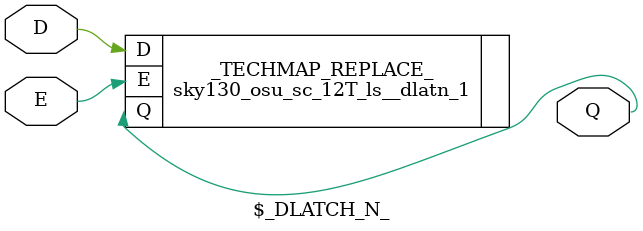
<source format=v>
module $_DLATCH_P_(input E, input D, output Q);
    sky130_osu_sc_12T_ls__dlat_1 _TECHMAP_REPLACE_ (
        .D(D),
        .E(E),
        .Q(Q)
        );
endmodule

module $_DLATCH_N_(input E, input D, output Q);
    sky130_osu_sc_12T_ls__dlatn_1 _TECHMAP_REPLACE_ (
        .D(D),
        .E(E),
        .Q(Q)
        );
endmodule

</source>
